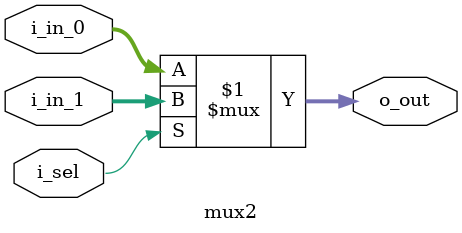
<source format=sv>
module mux2
#(
    parameter WIDTH = 32)
(
    input  logic             i_sel,
    
    input  logic [WIDTH-1:0] i_in_0,
    input  logic [WIDTH-1:0] i_in_1,
    
    output logic [WIDTH-1:0] o_out);

    assign o_out = i_sel ? i_in_1 : i_in_0;

endmodule
</source>
